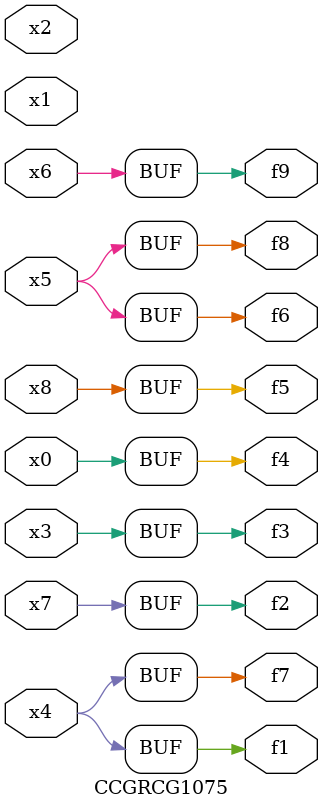
<source format=v>
module CCGRCG1075(
	input x0, x1, x2, x3, x4, x5, x6, x7, x8,
	output f1, f2, f3, f4, f5, f6, f7, f8, f9
);
	assign f1 = x4;
	assign f2 = x7;
	assign f3 = x3;
	assign f4 = x0;
	assign f5 = x8;
	assign f6 = x5;
	assign f7 = x4;
	assign f8 = x5;
	assign f9 = x6;
endmodule

</source>
